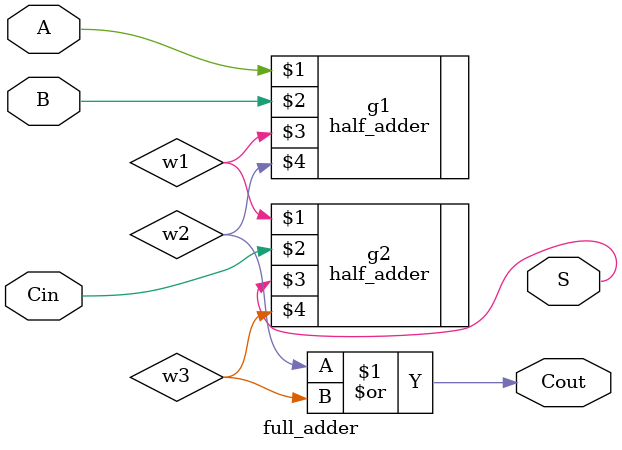
<source format=v>
`timescale 1ns / 1ps
module full_adder(
    input A,
    input B,
    input Cin,
    output S,
    output Cout
    );

wire w1,w2,w3,w4,w5;

half_adder g1(A,B,w1,w2);
half_adder g2(w1,Cin,S,w3);
or g3(Cout,w2,w3);

endmodule

</source>
